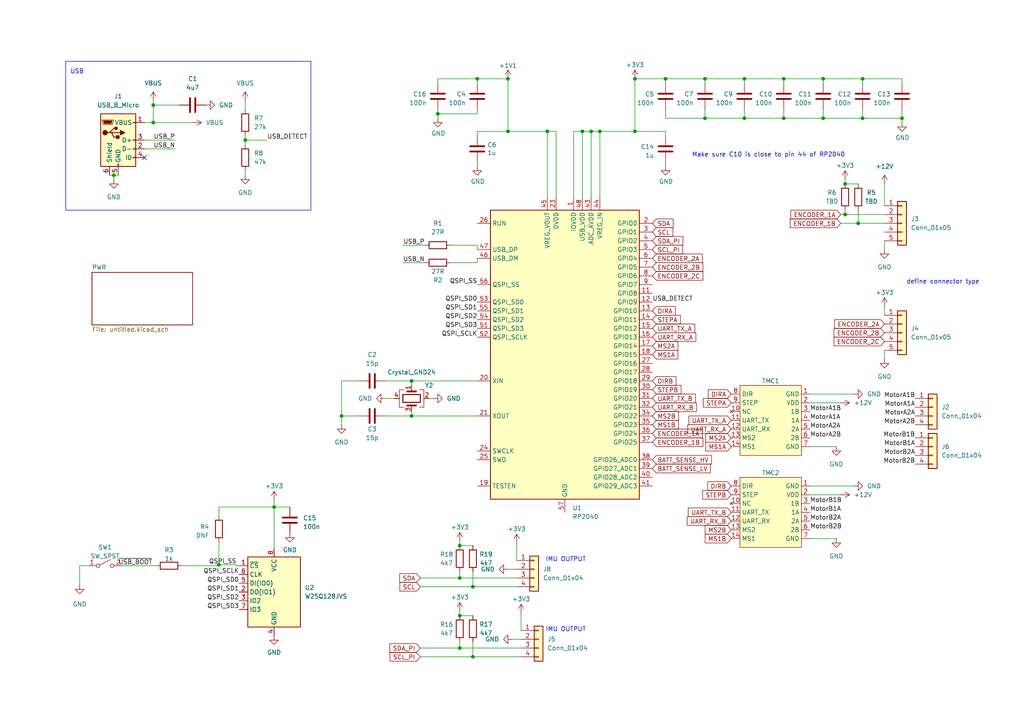
<source format=kicad_sch>
(kicad_sch (version 20230121) (generator eeschema)
  (paper "A4")
  (lib_symbols
    (symbol "Connector:USB_B_Micro" (pin_names (offset 1.016))
      (property "Reference" "J" (at -5.08 11.43 0))
      (property "Value" "USB_B_Micro" (at -5.08 8.89 0))
      (symbol "USB_B_Micro_0_1"
        (rectangle (start -5.08 -7.62) (end 5.08 7.62) (stroke (width 0.254)) (fill (type background)))
        (circle (center -3.81 2.159) (radius 0.635) (stroke (width 0.254)) (fill (type outline)))
        (circle (center -0.635 3.429) (radius 0.381) (stroke (width 0.254)) (fill (type outline)))
        (rectangle (start -0.127 -7.62) (end 0.127 -6.858))
        (polyline (pts (xy -1.905 2.159) (xy 0.635 2.159)) (stroke (width 0.254)))
        (polyline (pts (xy -3.175 2.159) (xy -2.54 2.159) (xy -1.27 3.429) (xy -0.635 3.429)) (stroke (width 0.254)))
        (polyline (pts (xy -2.54 2.159) (xy -1.905 2.159) (xy -1.27 0.889) (xy 0 0.889)) (stroke (width 0.254)))
        (polyline (pts (xy 0.635 2.794) (xy 0.635 1.524) (xy 1.905 2.159) (xy 0.635 2.794)) (stroke (width 0.254)) (fill (type outline)))
        (polyline (pts (xy -4.318 5.588) (xy -1.778 5.588) (xy -2.032 4.826) (xy -4.064 4.826) (xy -4.318 5.588)) (fill (type outline)))
        (polyline (pts (xy -4.699 5.842) (xy -4.699 5.588) (xy -4.445 4.826) (xy -4.445 4.572) (xy -1.651 4.572) (xy -1.651 4.826) (xy -1.397 5.588) (xy -1.397 5.842) (xy -4.699 5.842)))
        (rectangle (start 0.254 1.27) (end -0.508 0.508) (stroke (width 0.254)) (fill (type outline)))
        (rectangle (start 5.08 -5.207) (end 4.318 -4.953))
        (rectangle (start 5.08 -2.667) (end 4.318 -2.413))
        (rectangle (start 5.08 -0.127) (end 4.318 0.127))
        (rectangle (start 5.08 4.953) (end 4.318 5.207))
      )
      (symbol "USB_B_Micro_1_1"
        (pin power_out line (at 7.62 5.08 180) (length 2.54) (name "VBUS") (number "1"))
        (pin bidirectional line (at 7.62 -2.54 180) (length 2.54) (name "D-") (number "2"))
        (pin bidirectional line (at 7.62 0 180) (length 2.54) (name "D+") (number "3"))
        (pin passive line (at 7.62 -5.08 180) (length 2.54) (name "ID") (number "4"))
        (pin power_out line (at 0 -10.16 90) (length 2.54) (name "GND") (number "5"))
        (pin passive line (at -2.54 -10.16 90) (length 2.54) (name "Shield") (number "6"))
      )
    )
    (symbol "Connector_Generic:Conn_01x04" (pin_names (offset 1.016) hide)
      (property "Reference" "J" (at 0 5.08 0))
      (property "Value" "Conn_01x04" (at 0 -7.62 0))
      (symbol "Conn_01x04_1_1"
        (rectangle (start -1.27 -4.953) (end 0 -5.207) (stroke (width 0.1524)))
        (rectangle (start -1.27 -2.413) (end 0 -2.667) (stroke (width 0.1524)))
        (rectangle (start -1.27 0.127) (end 0 -0.127) (stroke (width 0.1524)))
        (rectangle (start -1.27 2.667) (end 0 2.413) (stroke (width 0.1524)))
        (rectangle (start -1.27 3.81) (end 1.27 -6.35) (stroke (width 0.254)) (fill (type background)))
        (pin passive line (at -5.08 2.54 0) (length 3.81) (name "Pin_1") (number "1"))
        (pin passive line (at -5.08 0 0) (length 3.81) (name "Pin_2") (number "2"))
        (pin passive line (at -5.08 -2.54 0) (length 3.81) (name "Pin_3") (number "3"))
        (pin passive line (at -5.08 -5.08 0) (length 3.81) (name "Pin_4") (number "4"))
      )
    )
    (symbol "Connector_Generic:Conn_01x05" (pin_names (offset 1.016) hide)
      (property "Reference" "J" (at 0 7.62 0))
      (property "Value" "Conn_01x05" (at 0 -7.62 0))
      (symbol "Conn_01x05_1_1"
        (rectangle (start -1.27 -4.953) (end 0 -5.207) (stroke (width 0.1524)))
        (rectangle (start -1.27 -2.413) (end 0 -2.667) (stroke (width 0.1524)))
        (rectangle (start -1.27 0.127) (end 0 -0.127) (stroke (width 0.1524)))
        (rectangle (start -1.27 2.667) (end 0 2.413) (stroke (width 0.1524)))
        (rectangle (start -1.27 5.207) (end 0 4.953) (stroke (width 0.1524)))
        (rectangle (start -1.27 6.35) (end 1.27 -6.35) (stroke (width 0.254)) (fill (type background)))
        (pin passive line (at -5.08 5.08 0) (length 3.81) (name "Pin_1") (number "1"))
        (pin passive line (at -5.08 2.54 0) (length 3.81) (name "Pin_2") (number "2"))
        (pin passive line (at -5.08 0 0) (length 3.81) (name "Pin_3") (number "3"))
        (pin passive line (at -5.08 -2.54 0) (length 3.81) (name "Pin_4") (number "4"))
        (pin passive line (at -5.08 -5.08 0) (length 3.81) (name "Pin_5") (number "5"))
      )
    )
    (symbol "Device:C" (pin_numbers hide) (pin_names (offset 0.254))
      (property "Reference" "C" (at 0.635 2.54 0))
      (property "Value" "C" (at 0.635 -2.54 0))
      (symbol "C_0_1"
        (polyline (pts (xy -2.032 -0.762) (xy 2.032 -0.762)) (stroke (width 0.508)))
        (polyline (pts (xy -2.032 0.762) (xy 2.032 0.762)) (stroke (width 0.508)))
      )
      (symbol "C_1_1"
        (pin passive line (at 0 3.81 270) (length 2.794) (name "~") (number "1"))
        (pin passive line (at 0 -3.81 90) (length 2.794) (name "~") (number "2"))
      )
    )
    (symbol "Device:Crystal_GND24" (pin_names (offset 1.016) hide)
      (property "Reference" "Y" (at 3.175 5.08 0))
      (property "Value" "Crystal_GND24" (at 3.175 3.175 0))
      (symbol "Crystal_GND24_0_1"
        (rectangle (start -1.143 2.54) (end 1.143 -2.54) (stroke (width 0.3048)))
        (polyline (pts (xy -2.54 0) (xy -2.032 0)))
        (polyline (pts (xy -2.032 -1.27) (xy -2.032 1.27)) (stroke (width 0.508)))
        (polyline (pts (xy 0 -3.81) (xy 0 -3.556)))
        (polyline (pts (xy 0 3.556) (xy 0 3.81)))
        (polyline (pts (xy 2.032 -1.27) (xy 2.032 1.27)) (stroke (width 0.508)))
        (polyline (pts (xy 2.032 0) (xy 2.54 0)))
        (polyline (pts (xy -2.54 -2.286) (xy -2.54 -3.556) (xy 2.54 -3.556) (xy 2.54 -2.286)))
        (polyline (pts (xy -2.54 2.286) (xy -2.54 3.556) (xy 2.54 3.556) (xy 2.54 2.286)))
      )
      (symbol "Crystal_GND24_1_1"
        (pin passive line (at -3.81 0 0) (length 1.27) (name "1") (number "1"))
        (pin passive line (at 0 5.08 270) (length 1.27) (name "2") (number "2"))
        (pin passive line (at 3.81 0 180) (length 1.27) (name "3") (number "3"))
        (pin passive line (at 0 -5.08 90) (length 1.27) (name "4") (number "4"))
      )
    )
    (symbol "Device:R" (pin_numbers hide) (pin_names (offset 0))
      (property "Reference" "R" (at 2.032 0 90))
      (property "Value" "R" (at 0 0 90))
      (symbol "R_0_1"
        (rectangle (start -1.016 -2.54) (end 1.016 2.54) (stroke (width 0.254)))
      )
      (symbol "R_1_1"
        (pin passive line (at 0 3.81 270) (length 1.27) (name "~") (number "1"))
        (pin passive line (at 0 -3.81 90) (length 1.27) (name "~") (number "2"))
      )
    )
    (symbol "MCU_RaspberryPi:RP2040"
      (property "Reference" "U" (at 17.78 45.72 0))
      (property "Value" "RP2040" (at 17.78 43.18 0))
      (symbol "RP2040_0_1"
        (rectangle (start -21.59 41.91) (end 21.59 -41.91) (stroke (width 0.254)) (fill (type background)))
      )
      (symbol "RP2040_1_1"
        (pin power_in line (at 2.54 45.72 270) (length 3.81) (name "IOVDD") (number "1"))
        (pin passive line (at 2.54 45.72 270) (length 3.81) hide (name "IOVDD") (number "10"))
        (pin bidirectional line (at 25.4 17.78 180) (length 3.81) (name "GPIO8") (number "11"))
        (pin bidirectional line (at 25.4 15.24 180) (length 3.81) (name "GPIO9") (number "12"))
        (pin bidirectional line (at 25.4 12.7 180) (length 3.81) (name "GPIO10") (number "13"))
        (pin bidirectional line (at 25.4 10.16 180) (length 3.81) (name "GPIO11") (number "14"))
        (pin bidirectional line (at 25.4 7.62 180) (length 3.81) (name "GPIO12") (number "15"))
        (pin bidirectional line (at 25.4 5.08 180) (length 3.81) (name "GPIO13") (number "16"))
        (pin bidirectional line (at 25.4 2.54 180) (length 3.81) (name "GPIO14") (number "17"))
        (pin bidirectional line (at 25.4 0 180) (length 3.81) (name "GPIO15") (number "18"))
        (pin input line (at -25.4 -38.1 0) (length 3.81) (name "TESTEN") (number "19"))
        (pin bidirectional line (at 25.4 38.1 180) (length 3.81) (name "GPIO0") (number "2"))
        (pin input line (at -25.4 -7.62 0) (length 3.81) (name "XIN") (number "20"))
        (pin passive line (at -25.4 -17.78 0) (length 3.81) (name "XOUT") (number "21"))
        (pin passive line (at 2.54 45.72 270) (length 3.81) hide (name "IOVDD") (number "22"))
        (pin power_in line (at -2.54 45.72 270) (length 3.81) (name "DVDD") (number "23"))
        (pin input line (at -25.4 -27.94 0) (length 3.81) (name "SWCLK") (number "24"))
        (pin bidirectional line (at -25.4 -30.48 0) (length 3.81) (name "SWD") (number "25"))
        (pin input line (at -25.4 38.1 0) (length 3.81) (name "RUN") (number "26"))
        (pin bidirectional line (at 25.4 -2.54 180) (length 3.81) (name "GPIO16") (number "27"))
        (pin bidirectional line (at 25.4 -5.08 180) (length 3.81) (name "GPIO17") (number "28"))
        (pin bidirectional line (at 25.4 -7.62 180) (length 3.81) (name "GPIO18") (number "29"))
        (pin bidirectional line (at 25.4 35.56 180) (length 3.81) (name "GPIO1") (number "3"))
        (pin bidirectional line (at 25.4 -10.16 180) (length 3.81) (name "GPIO19") (number "30"))
        (pin bidirectional line (at 25.4 -12.7 180) (length 3.81) (name "GPIO20") (number "31"))
        (pin bidirectional line (at 25.4 -15.24 180) (length 3.81) (name "GPIO21") (number "32"))
        (pin passive line (at 2.54 45.72 270) (length 3.81) hide (name "IOVDD") (number "33"))
        (pin bidirectional line (at 25.4 -17.78 180) (length 3.81) (name "GPIO22") (number "34"))
        (pin bidirectional line (at 25.4 -20.32 180) (length 3.81) (name "GPIO23") (number "35"))
        (pin bidirectional line (at 25.4 -22.86 180) (length 3.81) (name "GPIO24") (number "36"))
        (pin bidirectional line (at 25.4 -25.4 180) (length 3.81) (name "GPIO25") (number "37"))
        (pin bidirectional line (at 25.4 -30.48 180) (length 3.81) (name "GPIO26_ADC0") (number "38"))
        (pin bidirectional line (at 25.4 -33.02 180) (length 3.81) (name "GPIO27_ADC1") (number "39"))
        (pin bidirectional line (at 25.4 33.02 180) (length 3.81) (name "GPIO2") (number "4"))
        (pin bidirectional line (at 25.4 -35.56 180) (length 3.81) (name "GPIO28_ADC2") (number "40"))
        (pin bidirectional line (at 25.4 -38.1 180) (length 3.81) (name "GPIO29_ADC3") (number "41"))
        (pin passive line (at 2.54 45.72 270) (length 3.81) hide (name "IOVDD") (number "42"))
        (pin power_in line (at 7.62 45.72 270) (length 3.81) (name "ADC_AVDD") (number "43"))
        (pin power_in line (at 10.16 45.72 270) (length 3.81) (name "VREG_IN") (number "44"))
        (pin power_out line (at -5.08 45.72 270) (length 3.81) (name "VREG_VOUT") (number "45"))
        (pin bidirectional line (at -25.4 27.94 0) (length 3.81) (name "USB_DM") (number "46"))
        (pin bidirectional line (at -25.4 30.48 0) (length 3.81) (name "USB_DP") (number "47"))
        (pin power_in line (at 5.08 45.72 270) (length 3.81) (name "USB_VDD") (number "48"))
        (pin passive line (at 2.54 45.72 270) (length 3.81) hide (name "IOVDD") (number "49"))
        (pin bidirectional line (at 25.4 30.48 180) (length 3.81) (name "GPIO3") (number "5"))
        (pin passive line (at -2.54 45.72 270) (length 3.81) hide (name "DVDD") (number "50"))
        (pin bidirectional line (at -25.4 7.62 0) (length 3.81) (name "QSPI_SD3") (number "51"))
        (pin output line (at -25.4 5.08 0) (length 3.81) (name "QSPI_SCLK") (number "52"))
        (pin bidirectional line (at -25.4 15.24 0) (length 3.81) (name "QSPI_SD0") (number "53"))
        (pin bidirectional line (at -25.4 10.16 0) (length 3.81) (name "QSPI_SD2") (number "54"))
        (pin bidirectional line (at -25.4 12.7 0) (length 3.81) (name "QSPI_SD1") (number "55"))
        (pin bidirectional line (at -25.4 20.32 0) (length 3.81) (name "QSPI_SS") (number "56"))
        (pin power_in line (at 0 -45.72 90) (length 3.81) (name "GND") (number "57"))
        (pin bidirectional line (at 25.4 27.94 180) (length 3.81) (name "GPIO4") (number "6"))
        (pin bidirectional line (at 25.4 25.4 180) (length 3.81) (name "GPIO5") (number "7"))
        (pin bidirectional line (at 25.4 22.86 180) (length 3.81) (name "GPIO6") (number "8"))
        (pin bidirectional line (at 25.4 20.32 180) (length 3.81) (name "GPIO7") (number "9"))
      )
    )
    (symbol "Memory_Flash:W25Q128JVS"
      (property "Reference" "U" (at -8.89 8.89 0))
      (property "Value" "W25Q128JVS" (at 7.62 8.89 0))
      (symbol "W25Q128JVS_0_1"
        (rectangle (start -7.62 10.16) (end 7.62 -10.16) (stroke (width 0.254)) (fill (type background)))
      )
      (symbol "W25Q128JVS_1_1"
        (pin input line (at -10.16 7.62 0) (length 2.54) (name "~{CS}") (number "1"))
        (pin bidirectional line (at -10.16 0 0) (length 2.54) (name "DO(IO1)") (number "2"))
        (pin bidirectional line (at -10.16 -2.54 0) (length 2.54) (name "IO2") (number "3"))
        (pin power_in line (at 0 -12.7 90) (length 2.54) (name "GND") (number "4"))
        (pin bidirectional line (at -10.16 2.54 0) (length 2.54) (name "DI(IO0)") (number "5"))
        (pin input line (at -10.16 5.08 0) (length 2.54) (name "CLK") (number "6"))
        (pin bidirectional line (at -10.16 -5.08 0) (length 2.54) (name "IO3") (number "7"))
        (pin power_in line (at 0 12.7 270) (length 2.54) (name "VCC") (number "8"))
      )
    )
    (symbol "Switch:SW_SPST" (pin_names (offset 0) hide)
      (property "Reference" "SW" (at 0 3.175 0))
      (property "Value" "SW_SPST" (at 0 -2.54 0))
      (symbol "SW_SPST_0_0"
        (circle (center -2.032 0) (radius 0.508))
        (polyline (pts (xy -1.524 0.254) (xy 1.524 1.778)))
        (circle (center 2.032 0) (radius 0.508))
      )
      (symbol "SW_SPST_1_1"
        (pin passive line (at -5.08 0 0) (length 2.54) (name "A") (number "1"))
        (pin passive line (at 5.08 0 180) (length 2.54) (name "B") (number "2"))
      )
    )
    (symbol "TMC2209_1"
      (property "Reference" "TMC1" (at 0 0 0))
      (property "Value" "~" (at 0 0 0))
      (symbol "TMC2209_1_1_1"
        (rectangle (start -8.89 -1.27) (end 8.89 -21.59) (fill (type background)))
        (pin input line (at -11.43 -3.81 0) (length 2.54) (name "GND") (number "1"))
        (pin no_connect line (at 11.43 -8.89 180) (length 2.54) (name "NC") (number "10"))
        (pin output line (at 11.43 -11.43 180) (length 2.54) (name "UART_TX") (number "11"))
        (pin input line (at 11.43 -13.97 180) (length 2.54) (name "UART_RX") (number "12"))
        (pin input line (at 11.43 -16.51 180) (length 2.54) (name "MS2") (number "13"))
        (pin input line (at 11.43 -19.05 180) (length 2.54) (name "MS1") (number "14"))
        (pin input line (at -11.43 -6.35 0) (length 2.54) (name "VDD") (number "2"))
        (pin output line (at -11.43 -8.89 0) (length 2.54) (name "1B") (number "3"))
        (pin output line (at -11.43 -11.43 0) (length 2.54) (name "1A") (number "4"))
        (pin output line (at -11.43 -13.97 0) (length 2.54) (name "2A") (number "5"))
        (pin output line (at -11.43 -16.51 0) (length 2.54) (name "2B") (number "6"))
        (pin input line (at -11.43 -19.05 0) (length 2.54) (name "GND") (number "7"))
        (pin input line (at 11.43 -3.81 180) (length 2.54) (name "DIR") (number "8"))
        (pin input line (at 11.43 -6.35 180) (length 2.54) (name "STEP") (number "9"))
      )
    )
    (symbol "power:+12V" (power) (pin_names (offset 0))
      (property "Value" "+12V" (at 0 3.556 0))
      (symbol "+12V_0_1"
        (polyline (pts (xy -0.762 1.27) (xy 0 2.54)))
        (polyline (pts (xy 0 0) (xy 0 2.54)))
        (polyline (pts (xy 0 2.54) (xy 0.762 1.27)))
      )
      (symbol "+12V_1_1"
        (pin power_in line (at 0 0 90) (length 0) hide (name "+12V") (number "1"))
      )
    )
    (symbol "power:+1V1" (power) (pin_names (offset 0))
      (property "Value" "+1V1" (at 0 3.556 0))
      (symbol "+1V1_0_1"
        (polyline (pts (xy -0.762 1.27) (xy 0 2.54)))
        (polyline (pts (xy 0 0) (xy 0 2.54)))
        (polyline (pts (xy 0 2.54) (xy 0.762 1.27)))
      )
      (symbol "+1V1_1_1"
        (pin power_in line (at 0 0 90) (length 0) hide (name "+1V1") (number "1"))
      )
    )
    (symbol "power:+3V3" (power) (pin_names (offset 0))
      (property "Value" "+3V3" (at 0 3.556 0))
      (symbol "+3V3_0_1"
        (polyline (pts (xy -0.762 1.27) (xy 0 2.54)))
        (polyline (pts (xy 0 0) (xy 0 2.54)))
        (polyline (pts (xy 0 2.54) (xy 0.762 1.27)))
      )
      (symbol "+3V3_1_1"
        (pin power_in line (at 0 0 90) (length 0) hide (name "+3V3") (number "1"))
      )
    )
    (symbol "power:GND" (power) (pin_names (offset 0))
      (property "Value" "GND" (at 0 -3.81 0))
      (symbol "GND_0_1"
        (polyline (pts (xy 0 0) (xy 0 -1.27) (xy 1.27 -1.27) (xy 0 -2.54) (xy -1.27 -1.27) (xy 0 -1.27)))
      )
      (symbol "GND_1_1"
        (pin power_in line (at 0 0 270) (length 0) hide (name "GND") (number "1"))
      )
    )
    (symbol "power:VBUS" (power) (pin_names (offset 0))
      (property "Value" "VBUS" (at 0 3.81 0))
      (symbol "VBUS_0_1"
        (polyline (pts (xy -0.762 1.27) (xy 0 2.54)))
        (polyline (pts (xy 0 0) (xy 0 2.54)))
        (polyline (pts (xy 0 2.54) (xy 0.762 1.27)))
      )
      (symbol "VBUS_1_1"
        (pin power_in line (at 0 0 90) (length 0) hide (name "VBUS") (number "1"))
      )
    )
  )
  (junction (at 147.32 22.86))
  (junction (at 138.43 22.86))
  (junction (at 204.47 22.86))
  (junction (at 238.76 34.29))
  (junction (at 133.35 158.242))
  (junction (at 127 33.02))
  (junction (at 99.06 120.65))
  (junction (at 171.45 38.1))
  (junction (at 133.35 187.96))
  (junction (at 204.47 34.29))
  (junction (at 71.12 40.64))
  (junction (at 245.11 62.23))
  (junction (at 133.35 167.64))
  (junction (at 79.502 147.066))
  (junction (at 227.33 22.86))
  (junction (at 119.38 120.65))
  (junction (at 245.11 53.34))
  (junction (at 44.45 30.48))
  (junction (at 238.76 22.86))
  (junction (at 248.92 64.77))
  (junction (at 184.15 22.86))
  (junction (at 63.5 163.83))
  (junction (at 173.99 38.1))
  (junction (at 215.9 34.29))
  (junction (at 261.62 34.29))
  (junction (at 168.91 38.1))
  (junction (at 215.9 22.86))
  (junction (at 137.16 190.5))
  (junction (at 193.04 22.86))
  (junction (at 137.16 170.18))
  (junction (at 158.75 38.1))
  (junction (at 250.19 22.86))
  (junction (at 119.38 110.49))
  (junction (at 227.33 34.29))
  (junction (at 133.35 178.562))
  (junction (at 147.32 38.1))
  (junction (at 33.02 50.8))
  (junction (at 184.15 38.1))
  (junction (at 44.45 35.56))
  (junction (at 250.19 34.29))
  (no_connect (at 41.91 45.72))
  (wire (pts (xy 261.62 31.75) (xy 261.62 34.29)))
  (wire (pts (xy 184.15 38.1) (xy 193.04 38.1)))
  (wire (pts (xy 250.19 34.29) (xy 261.62 34.29)))
  (wire (pts (xy 247.65 114.3) (xy 234.95 114.3)))
  (wire (pts (xy 121.92 170.18) (xy 137.16 170.18)))
  (wire (pts (xy 63.5 163.83) (xy 63.5 164.084)))
  (wire (pts (xy 79.502 147.066) (xy 79.502 159.004)))
  (wire (pts (xy 250.19 24.13) (xy 250.19 22.86)))
  (wire (pts (xy 41.91 43.18) (xy 50.8 43.18)))
  (wire (pts (xy 71.12 40.64) (xy 71.12 41.91)))
  (wire (pts (xy 133.35 156.972) (xy 133.35 158.242)))
  (wire (pts (xy 147.32 38.1) (xy 158.75 38.1)))
  (polyline (pts (xy 19.05 17.78) (xy 90.17 17.78)))
  (wire (pts (xy 215.9 31.75) (xy 215.9 34.29)))
  (wire (pts (xy 250.19 31.75) (xy 250.19 34.29)))
  (wire (pts (xy 138.43 74.93) (xy 138.43 76.2)))
  (wire (pts (xy 124.46 115.57) (xy 125.73 115.57)))
  (wire (pts (xy 133.35 186.182) (xy 133.35 187.96)))
  (wire (pts (xy 133.35 187.96) (xy 151.13 187.96)))
  (wire (pts (xy 133.35 177.292) (xy 133.35 178.562)))
  (wire (pts (xy 242.57 129.54) (xy 234.95 129.54)))
  (wire (pts (xy 148.59 185.42) (xy 151.13 185.42)))
  (wire (pts (xy 63.5 164.084) (xy 52.832 164.084)))
  (wire (pts (xy 33.02 50.8) (xy 33.02 52.07)))
  (wire (pts (xy 173.99 57.15) (xy 173.99 38.1)))
  (wire (pts (xy 138.43 39.37) (xy 138.43 38.1)))
  (wire (pts (xy 44.45 30.48) (xy 52.07 30.48)))
  (wire (pts (xy 234.95 156.21) (xy 242.57 156.21)))
  (wire (pts (xy 245.11 60.96) (xy 245.11 62.23)))
  (wire (pts (xy 44.45 29.21) (xy 44.45 30.48)))
  (wire (pts (xy 63.5 147.066) (xy 79.502 147.066)))
  (wire (pts (xy 44.45 35.56) (xy 55.88 35.56)))
  (wire (pts (xy 234.95 140.97) (xy 247.65 140.97)))
  (wire (pts (xy 243.84 62.23) (xy 245.11 62.23)))
  (wire (pts (xy 227.33 24.13) (xy 227.33 22.86)))
  (wire (pts (xy 245.11 52.07) (xy 245.11 53.34)))
  (wire (pts (xy 133.35 178.562) (xy 137.16 178.562)))
  (wire (pts (xy 33.02 50.8) (xy 34.29 50.8)))
  (wire (pts (xy 204.47 34.29) (xy 193.04 34.29)))
  (wire (pts (xy 133.35 165.862) (xy 133.35 167.64)))
  (wire (pts (xy 204.47 31.75) (xy 204.47 34.29)))
  (wire (pts (xy 116.84 76.2) (xy 123.19 76.2)))
  (wire (pts (xy 158.75 38.1) (xy 161.29 38.1)))
  (wire (pts (xy 243.84 64.77) (xy 248.92 64.77)))
  (wire (pts (xy 111.76 115.57) (xy 114.3 115.57)))
  (wire (pts (xy 184.15 22.86) (xy 193.04 22.86)))
  (wire (pts (xy 158.75 57.15) (xy 158.75 38.1)))
  (wire (pts (xy 23.114 164.084) (xy 25.4 164.084)))
  (wire (pts (xy 23.114 164.084) (xy 23.114 169.672)))
  (wire (pts (xy 116.84 71.12) (xy 123.19 71.12)))
  (wire (pts (xy 138.43 24.13) (xy 138.43 22.86)))
  (wire (pts (xy 137.16 165.862) (xy 137.16 170.18)))
  (wire (pts (xy 215.9 34.29) (xy 204.47 34.29)))
  (wire (pts (xy 256.54 88.9) (xy 256.54 91.44)))
  (wire (pts (xy 204.47 22.86) (xy 215.9 22.86)))
  (wire (pts (xy 151.13 177.8) (xy 151.13 182.88)))
  (wire (pts (xy 71.12 50.8) (xy 71.12 49.53)))
  (wire (pts (xy 238.76 24.13) (xy 238.76 22.86)))
  (wire (pts (xy 111.76 120.65) (xy 119.38 120.65)))
  (polyline (pts (xy 90.17 17.78) (xy 90.17 60.96)))
  (wire (pts (xy 168.91 38.1) (xy 171.45 38.1)))
  (wire (pts (xy 68.58 163.83) (xy 68.58 164.084)))
  (wire (pts (xy 147.32 22.86) (xy 147.32 38.1)))
  (wire (pts (xy 234.95 116.84) (xy 243.84 116.84)))
  (wire (pts (xy 137.16 190.5) (xy 151.13 190.5)))
  (wire (pts (xy 250.19 34.29) (xy 238.76 34.29)))
  (wire (pts (xy 256.54 69.85) (xy 256.54 72.39)))
  (wire (pts (xy 238.76 22.86) (xy 250.19 22.86)))
  (wire (pts (xy 138.43 110.49) (xy 119.38 110.49)))
  (wire (pts (xy 130.81 76.2) (xy 138.43 76.2)))
  (wire (pts (xy 127 33.02) (xy 138.43 33.02)))
  (wire (pts (xy 44.45 35.56) (xy 41.91 35.56)))
  (wire (pts (xy 63.5 157.226) (xy 63.5 163.83)))
  (wire (pts (xy 227.33 22.86) (xy 238.76 22.86)))
  (wire (pts (xy 238.76 34.29) (xy 227.33 34.29)))
  (wire (pts (xy 138.43 33.02) (xy 138.43 31.75)))
  (wire (pts (xy 127 31.75) (xy 127 33.02)))
  (wire (pts (xy 99.06 120.65) (xy 99.06 123.19)))
  (wire (pts (xy 193.04 24.13) (xy 193.04 22.86)))
  (wire (pts (xy 127 33.02) (xy 127 34.29)))
  (wire (pts (xy 121.92 167.64) (xy 133.35 167.64)))
  (wire (pts (xy 256.54 104.14) (xy 256.54 101.6)))
  (wire (pts (xy 127 24.13) (xy 127 22.86)))
  (wire (pts (xy 133.35 158.242) (xy 137.16 158.242)))
  (polyline (pts (xy 19.05 17.78) (xy 19.05 60.96)))
  (wire (pts (xy 71.12 40.64) (xy 77.47 40.64)))
  (wire (pts (xy 45.212 164.084) (xy 35.56 164.084)))
  (wire (pts (xy 121.92 190.5) (xy 137.16 190.5)))
  (wire (pts (xy 245.11 53.34) (xy 248.92 53.34)))
  (wire (pts (xy 184.15 22.86) (xy 184.15 38.1)))
  (wire (pts (xy 149.86 157.48) (xy 149.86 162.56)))
  (wire (pts (xy 121.92 187.96) (xy 133.35 187.96)))
  (wire (pts (xy 68.58 163.83) (xy 63.5 163.83)))
  (wire (pts (xy 71.12 39.37) (xy 71.12 40.64)))
  (wire (pts (xy 138.43 71.12) (xy 138.43 72.39)))
  (wire (pts (xy 261.62 34.29) (xy 261.62 35.56)))
  (wire (pts (xy 193.04 46.99) (xy 193.04 48.26)))
  (wire (pts (xy 173.99 38.1) (xy 184.15 38.1)))
  (wire (pts (xy 99.06 120.65) (xy 104.14 120.65)))
  (wire (pts (xy 261.62 24.13) (xy 261.62 22.86)))
  (wire (pts (xy 137.16 186.182) (xy 137.16 190.5)))
  (wire (pts (xy 245.11 62.23) (xy 256.54 62.23)))
  (wire (pts (xy 204.47 24.13) (xy 204.47 22.86)))
  (wire (pts (xy 138.43 46.99) (xy 138.43 48.26)))
  (wire (pts (xy 79.502 145.034) (xy 79.502 147.066)))
  (wire (pts (xy 248.92 60.96) (xy 248.92 64.77)))
  (wire (pts (xy 250.19 22.86) (xy 261.62 22.86)))
  (wire (pts (xy 171.45 38.1) (xy 173.99 38.1)))
  (wire (pts (xy 215.9 22.86) (xy 227.33 22.86)))
  (wire (pts (xy 119.38 120.65) (xy 119.38 119.38)))
  (wire (pts (xy 133.35 167.64) (xy 149.86 167.64)))
  (wire (pts (xy 227.33 34.29) (xy 215.9 34.29)))
  (wire (pts (xy 193.04 39.37) (xy 193.04 38.1)))
  (wire (pts (xy 215.9 24.13) (xy 215.9 22.86)))
  (wire (pts (xy 99.06 110.49) (xy 104.14 110.49)))
  (wire (pts (xy 227.33 31.75) (xy 227.33 34.29)))
  (polyline (pts (xy 90.17 60.96) (xy 19.05 60.96)))
  (wire (pts (xy 127 22.86) (xy 138.43 22.86)))
  (wire (pts (xy 99.06 110.49) (xy 99.06 120.65)))
  (wire (pts (xy 161.29 38.1) (xy 161.29 57.15)))
  (wire (pts (xy 63.5 149.606) (xy 63.5 147.066)))
  (wire (pts (xy 137.16 170.18) (xy 149.86 170.18)))
  (wire (pts (xy 193.04 31.75) (xy 193.04 34.29)))
  (wire (pts (xy 44.45 30.48) (xy 44.45 35.56)))
  (wire (pts (xy 166.37 38.1) (xy 168.91 38.1)))
  (wire (pts (xy 119.38 110.49) (xy 119.38 111.76)))
  (wire (pts (xy 138.43 38.1) (xy 147.32 38.1)))
  (wire (pts (xy 41.91 40.64) (xy 50.8 40.64)))
  (wire (pts (xy 256.54 53.34) (xy 256.54 59.69)))
  (wire (pts (xy 166.37 57.15) (xy 166.37 38.1)))
  (wire (pts (xy 193.04 22.86) (xy 204.47 22.86)))
  (wire (pts (xy 130.81 71.12) (xy 138.43 71.12)))
  (wire (pts (xy 138.43 120.65) (xy 119.38 120.65)))
  (wire (pts (xy 171.45 57.15) (xy 171.45 38.1)))
  (wire (pts (xy 31.75 50.8) (xy 33.02 50.8)))
  (wire (pts (xy 138.43 22.86) (xy 147.32 22.86)))
  (wire (pts (xy 84.074 147.066) (xy 79.502 147.066)))
  (wire (pts (xy 147.32 165.1) (xy 149.86 165.1)))
  (wire (pts (xy 71.12 29.21) (xy 71.12 31.75)))
  (wire (pts (xy 238.76 31.75) (xy 238.76 34.29)))
  (wire (pts (xy 111.76 110.49) (xy 119.38 110.49)))
  (wire (pts (xy 248.92 64.77) (xy 256.54 64.77)))
  (wire (pts (xy 234.95 143.51) (xy 243.84 143.51)))
  (wire (pts (xy 68.58 164.084) (xy 69.342 164.084)))
  (wire (pts (xy 168.91 57.15) (xy 168.91 38.1)))
  (text "IMU OUTPUT\n" (at 158.242 183.388 0) (effects (font (size 1.27 1.27)) (justify left bottom)))
  (text "define connector type\n" (at 262.89 82.55 0) (effects (font (size 1.27 1.27)) (justify left bottom)))
  (text "USB" (at 20.32 21.59 0) (effects (font (size 1.27 1.27)) (justify left bottom)))
  (text "IMU OUTPUT\n" (at 158.242 163.068 0) (effects (font (size 1.27 1.27)) (justify left bottom)))
  (text "Make sure C10 is close to pin 44 of RP2040" (at 200.66 45.72 0) (effects (font (size 1.27 1.27)) (justify left bottom)))
  (label "QSPI_SD2" (at 69.342 174.244 180))
  (label "MotorB1A" (at 265.43 129.54 180))
  (label "MotorB2B" (at 265.43 134.62 180))
  (label "USB_N" (at 123.19 76.2 180))
  (label "MotorB2B" (at 234.95 153.67 0))
  (label "MotorB1B" (at 234.95 146.05 0))
  (label "USB_N" (at 50.8 43.18 180))
  (label "MotorB2A" (at 234.95 151.13 0))
  (label "QSPI_SCLK" (at 138.43 97.79 180))
  (label "QSPI_SD3" (at 138.43 95.25 180))
  (label "MotorA2A" (at 234.95 124.46 0))
  (label "QSPI_SD0" (at 69.342 169.164 180))
  (label "QSPI_SS" (at 138.43 82.55 180))
  (label "USB_P" (at 50.8 40.64 180))
  (label "MotorA1A" (at 234.95 121.92 0))
  (label "QSPI_SD2" (at 138.43 92.71 180))
  (label "MotorA1A" (at 265.43 118.11 180))
  (label "MotorB1B" (at 265.43 127 180))
  (label "QSPI_SS" (at 68.58 163.83 180))
  (label "MotorB2A" (at 265.43 132.08 180))
  (label "MotorA1B" (at 265.43 115.57 180))
  (label "MotorA1B" (at 234.95 119.38 0))
  (label "USB_P" (at 123.19 71.12 180))
  (label "QSPI_SD0" (at 138.43 87.63 180))
  (label "QSPI_SD1" (at 69.342 171.704 180))
  (label "USB_DETECT" (at 77.47 40.64 0))
  (label "USB_DETECT" (at 189.23 87.63 0))
  (label "MotorA2A" (at 265.43 120.65 180))
  (label "~{USB_BOOT}" (at 44.196 164.084 180))
  (label "QSPI_SD3" (at 69.342 176.784 180))
  (label "QSPI_SD1" (at 138.43 90.17 180))
  (label "MotorB1A" (at 234.95 148.59 0))
  (label "MotorA2B" (at 265.43 123.19 180))
  (label "QSPI_SCLK" (at 69.342 166.624 180))
  (label "MotorA2B" (at 234.95 127 0))
  (global_label "UART_RX_A" (shape input) (at 212.09 124.46 180) (property "Intersheetrefs" "${INTERSHEET_REFS}" (effects hide)))
  (global_label "ENCODER_2A" (shape input) (at 256.54 93.98 180) (property "Intersheetrefs" "${INTERSHEET_REFS}" (effects hide)))
  (global_label "STEPA" (shape input) (at 189.23 92.71 0) (property "Intersheetrefs" "${INTERSHEET_REFS}" (effects hide)))
  (global_label "UART_RX_B" (shape input) (at 189.23 118.11 0) (property "Intersheetrefs" "${INTERSHEET_REFS}" (effects hide)))
  (global_label "SCL" (shape input) (at 121.92 170.18 180) (property "Intersheetrefs" "${INTERSHEET_REFS}" (effects hide)))
  (global_label "UART_TX_A" (shape input) (at 189.23 95.25 0) (property "Intersheetrefs" "${INTERSHEET_REFS}" (effects hide)))
  (global_label "UART_TX_B" (shape input) (at 212.09 148.59 180) (property "Intersheetrefs" "${INTERSHEET_REFS}" (effects hide)))
  (global_label "UART_TX_A" (shape input) (at 212.09 121.92 180) (property "Intersheetrefs" "${INTERSHEET_REFS}" (effects hide)))
  (global_label "BATT_SENSE_HV" (shape input) (at 189.23 133.35 0) (property "Intersheetrefs" "${INTERSHEET_REFS}" (effects hide)))
  (global_label "DIRB" (shape input) (at 189.23 110.49 0) (property "Intersheetrefs" "${INTERSHEET_REFS}" (effects hide)))
  (global_label "STEPB" (shape input) (at 212.09 143.51 180) (property "Intersheetrefs" "${INTERSHEET_REFS}" (effects hide)))
  (global_label "MS2A" (shape input) (at 189.23 100.33 0) (property "Intersheetrefs" "${INTERSHEET_REFS}" (effects hide)))
  (global_label "SCL" (shape input) (at 189.23 67.31 0) (property "Intersheetrefs" "${INTERSHEET_REFS}" (effects hide)))
  (global_label "ENCODER_2A" (shape input) (at 189.23 74.93 0) (property "Intersheetrefs" "${INTERSHEET_REFS}" (effects hide)))
  (global_label "DIRA" (shape input) (at 212.09 114.3 180) (property "Intersheetrefs" "${INTERSHEET_REFS}" (effects hide)))
  (global_label "ENCODER_1B" (shape input) (at 243.84 64.77 180) (property "Intersheetrefs" "${INTERSHEET_REFS}" (effects hide)))
  (global_label "BATT_SENSE_LV" (shape input) (at 189.23 135.89 0) (property "Intersheetrefs" "${INTERSHEET_REFS}" (effects hide)))
  (global_label "ENCODER_1A" (shape input) (at 243.84 62.23 180) (property "Intersheetrefs" "${INTERSHEET_REFS}" (effects hide)))
  (global_label "MS1A" (shape input) (at 212.09 129.54 180) (property "Intersheetrefs" "${INTERSHEET_REFS}" (effects hide)))
  (global_label "MS1A" (shape input) (at 189.23 102.87 0) (property "Intersheetrefs" "${INTERSHEET_REFS}" (effects hide)))
  (global_label "STEPA" (shape input) (at 212.09 116.84 180) (property "Intersheetrefs" "${INTERSHEET_REFS}" (effects hide)))
  (global_label "SCL_PI" (shape input) (at 121.92 190.5 180) (property "Intersheetrefs" "${INTERSHEET_REFS}" (effects hide)))
  (global_label "STEPB" (shape input) (at 189.23 113.03 0) (property "Intersheetrefs" "${INTERSHEET_REFS}" (effects hide)))
  (global_label "ENCODER_2B" (shape input) (at 256.54 96.52 180) (property "Intersheetrefs" "${INTERSHEET_REFS}" (effects hide)))
  (global_label "UART_RX_A" (shape input) (at 189.23 97.79 0) (property "Intersheetrefs" "${INTERSHEET_REFS}" (effects hide)))
  (global_label "MS1B" (shape input) (at 189.23 123.19 0) (property "Intersheetrefs" "${INTERSHEET_REFS}" (effects hide)))
  (global_label "ENCODER_1B" (shape input) (at 189.23 128.27 0) (property "Intersheetrefs" "${INTERSHEET_REFS}" (effects hide)))
  (global_label "SCL_PI" (shape input) (at 189.23 72.39 0) (property "Intersheetrefs" "${INTERSHEET_REFS}" (effects hide)))
  (global_label "MS2A" (shape input) (at 212.09 127 180) (property "Intersheetrefs" "${INTERSHEET_REFS}" (effects hide)))
  (global_label "MS2B" (shape input) (at 189.23 120.65 0) (property "Intersheetrefs" "${INTERSHEET_REFS}" (effects hide)))
  (global_label "ENCODER_2B" (shape input) (at 189.23 77.47 0) (property "Intersheetrefs" "${INTERSHEET_REFS}" (effects hide)))
  (global_label "DIRA" (shape input) (at 189.23 90.17 0) (property "Intersheetrefs" "${INTERSHEET_REFS}" (effects hide)))
  (global_label "SDA" (shape input) (at 189.23 64.77 0) (property "Intersheetrefs" "${INTERSHEET_REFS}" (effects hide)))
  (global_label "SDA_PI" (shape input) (at 189.23 69.85 0) (property "Intersheetrefs" "${INTERSHEET_REFS}" (effects hide)))
  (global_label "MS2B" (shape input) (at 212.09 153.67 180) (property "Intersheetrefs" "${INTERSHEET_REFS}" (effects hide)))
  (global_label "ENCODER_2C" (shape input) (at 189.23 80.01 0) (property "Intersheetrefs" "${INTERSHEET_REFS}" (effects hide)))
  (global_label "UART_TX_B" (shape input) (at 189.23 115.57 0) (property "Intersheetrefs" "${INTERSHEET_REFS}" (effects hide)))
  (global_label "UART_RX_B" (shape input) (at 212.09 151.13 180) (property "Intersheetrefs" "${INTERSHEET_REFS}" (effects hide)))
  (global_label "SDA_PI" (shape input) (at 121.92 187.96 180) (property "Intersheetrefs" "${INTERSHEET_REFS}" (effects hide)))
  (global_label "ENCODER_1A" (shape input) (at 189.23 125.73 0) (property "Intersheetrefs" "${INTERSHEET_REFS}" (effects hide)))
  (global_label "ENCODER_2C" (shape input) (at 256.54 99.06 180) (property "Intersheetrefs" "${INTERSHEET_REFS}" (effects hide)))
  (global_label "SDA" (shape input) (at 121.92 167.64 180) (property "Intersheetrefs" "${INTERSHEET_REFS}" (effects hide)))
  (global_label "MS1B" (shape input) (at 212.09 156.21 180) (property "Intersheetrefs" "${INTERSHEET_REFS}" (effects hide)))
  (global_label "DIRB" (shape input) (at 212.09 140.97 180) (property "Intersheetrefs" "${INTERSHEET_REFS}" (effects hide)))
  (symbol (lib_id "power:GND") (at 242.57 156.21 0) (mirror y) (unit 1)
    (property "Reference" "#PWR026" (effects hide))
    (property "Value" "GND" (at 242.57 161.29 0))
  )
  (symbol (lib_id "power:+12V") (at 243.84 116.84 270) (unit 1)
    (property "Reference" "#PWR025" (effects hide))
    (property "Value" "+12V" (at 247.65 116.84 90) (effects (justify left)))
  )
  (symbol (lib_name "TMC2209_1") (lib_id "TMC2209:TMC2209") (at 223.52 137.16 0) (mirror y) (unit 1)
    (property "Reference" "TMC2" (at 223.52 137.16 0))
    (property "Value" "~" (at 223.52 137.16 0))
    (property "Footprint" "TMC2209_SILENTSTEPSTICK:MODULE_TMC2209_SILENTSTEPSTICK" (effects hide))
  )
  (symbol (lib_id "Device:C") (at 84.074 150.876 0) (unit 1)
    (property "Reference" "C15" (at 87.884 150.241 0) (effects (justify left)))
    (property "Value" "100n" (at 87.884 152.781 0) (effects (justify left)))
    (property "Footprint" "Capacitor_SMD:C_0603_1608Metric" (effects hide))
  )
  (symbol (lib_id "power:GND") (at 127 34.29 0) (unit 1)
    (property "Reference" "#PWR08" (effects hide))
    (property "Value" "GND" (at 127.127 38.6842 0))
  )
  (symbol (lib_id "power:GND") (at 138.43 48.26 0) (unit 1)
    (property "Reference" "#PWR09" (effects hide))
    (property "Value" "GND" (at 138.557 52.6542 0))
  )
  (symbol (lib_id "Connector_Generic:Conn_01x04") (at 270.51 129.54 0) (unit 1)
    (property "Reference" "J6" (at 273.05 129.54 0) (effects (justify left)))
    (property "Value" "Conn_01x04" (at 273.05 132.08 0) (effects (justify left)))
    (property "Footprint" "Connector_JST:JST_XH_B4B-XH-A_1x04_P2.50mm_Vertical" (effects hide))
  )
  (symbol (lib_id "Device:R") (at 127 76.2 90) (unit 1)
    (property "Reference" "R2" (at 127 81.28 90))
    (property "Value" "27R" (at 127 78.74 90))
    (property "Footprint" "Resistor_SMD:R_0603_1608Metric" (effects hide))
  )
  (symbol (lib_id "Device:R") (at 71.12 35.56 180) (unit 1)
    (property "Reference" "R7" (at 73.66 34.29 0) (effects (justify right)))
    (property "Value" "27k" (at 73.66 36.83 0) (effects (justify right)))
    (property "Footprint" "Resistor_SMD:R_0603_1608Metric" (effects hide))
  )
  (symbol (lib_id "Device:C") (at 107.95 110.49 90) (unit 1)
    (property "Reference" "C2" (at 107.95 102.87 90))
    (property "Value" "15p" (at 107.95 105.41 90))
    (property "Footprint" "Capacitor_SMD:C_0603_1608Metric" (effects hide))
  )
  (symbol (lib_id "power:GND") (at 193.04 48.26 0) (unit 1)
    (property "Reference" "#PWR012" (effects hide))
    (property "Value" "GND" (at 193.167 52.6542 0))
  )
  (symbol (lib_id "Device:C") (at 238.76 27.94 0) (mirror x) (unit 1)
    (property "Reference" "C11" (at 235.458 27.305 0) (effects (justify right)))
    (property "Value" "100n" (at 235.458 29.845 0) (effects (justify right)))
    (property "Footprint" "Capacitor_SMD:C_0603_1608Metric" (effects hide))
  )
  (symbol (lib_id "power:GND") (at 247.65 114.3 90) (mirror x) (unit 1)
    (property "Reference" "#PWR023" (effects hide))
    (property "Value" "GND" (at 251.46 114.3 90) (effects (justify right)))
  )
  (symbol (lib_id "power:GND") (at 125.73 115.57 90) (unit 1)
    (property "Reference" "#PWR06" (effects hide))
    (property "Value" "GND" (at 129.54 115.57 90) (effects (justify right)))
  )
  (symbol (lib_id "power:GND") (at 261.62 35.56 0) (unit 1)
    (property "Reference" "#PWR013" (effects hide))
    (property "Value" "GND" (at 261.747 39.9542 0))
  )
  (symbol (lib_id "Device:C") (at 107.95 120.65 90) (unit 1)
    (property "Reference" "C3" (at 107.95 124.46 90))
    (property "Value" "15p" (at 107.95 127 90))
    (property "Footprint" "Capacitor_SMD:C_0603_1608Metric" (effects hide))
  )
  (symbol (lib_id "Connector_Generic:Conn_01x04") (at 270.51 118.11 0) (unit 1)
    (property "Reference" "J2" (at 273.05 118.11 0) (effects (justify left)))
    (property "Value" "Conn_01x04" (at 273.05 120.65 0) (effects (justify left)))
    (property "Footprint" "Connector_JST:JST_XH_B4B-XH-A_1x04_P2.50mm_Vertical" (effects hide))
  )
  (symbol (lib_id "power:+3V3") (at 184.15 22.86 0) (mirror y) (unit 1)
    (property "Reference" "#PWR017" (effects hide))
    (property "Value" "+3V3" (at 184.15 18.796 0))
  )
  (symbol (lib_id "Connector_Generic:Conn_01x05") (at 261.62 96.52 0) (unit 1)
    (property "Reference" "J4" (at 264.16 95.25 0) (effects (justify left)))
    (property "Value" "Conn_01x05" (at 264.16 97.79 0) (effects (justify left)))
    (property "Footprint" "Connector_JST:JST_PH_B5B-PH-SM4-TB_1x05-1MP_P2.00mm_Vertical" (effects hide))
  )
  (symbol (lib_id "power:+12V") (at 243.84 143.51 270) (unit 1)
    (property "Reference" "#PWR027" (effects hide))
    (property "Value" "+12V" (at 247.65 143.51 90) (effects (justify left)))
  )
  (symbol (lib_id "power:+1V1") (at 147.32 22.86 0) (unit 1)
    (property "Reference" "#PWR016" (effects hide))
    (property "Value" "+1V1" (at 147.32 19.05 0))
  )
  (symbol (lib_id "power:GND") (at 247.65 140.97 90) (mirror x) (unit 1)
    (property "Reference" "#PWR028" (effects hide))
    (property "Value" "GND" (at 251.46 140.97 90) (effects (justify right)))
  )
  (symbol (lib_id "power:+3V3") (at 256.54 88.9 0) (mirror y) (unit 1)
    (property "Reference" "#PWR021" (effects hide))
    (property "Value" "+3V3" (at 256.54 84.836 0))
  )
  (symbol (lib_id "power:VBUS") (at 71.12 29.21 0) (unit 1)
    (property "Reference" "#PWR032" (effects hide))
    (property "Value" "VBUS" (at 71.12 24.13 0))
  )
  (symbol (lib_id "Device:R") (at 137.16 182.372 180) (unit 1)
    (property "Reference" "R17" (at 140.97 181.102 0))
    (property "Value" "4k7" (at 140.97 183.642 0))
    (property "Footprint" "Resistor_SMD:R_0603_1608Metric" (effects hide))
  )
  (symbol (lib_id "Device:C") (at 55.88 30.48 90) (unit 1)
    (property "Reference" "C1" (at 55.88 22.86 90))
    (property "Value" "4u7" (at 55.88 25.4 90))
    (property "Footprint" "Capacitor_SMD:C_0603_1608Metric" (effects hide))
  )
  (symbol (lib_id "power:+12V") (at 256.54 53.34 0) (unit 1)
    (property "Reference" "#PWR020" (effects hide))
    (property "Value" "+12V" (at 256.54 48.26 0))
  )
  (symbol (lib_id "Device:C") (at 127 27.94 0) (mirror x) (unit 1)
    (property "Reference" "C16" (at 123.698 27.305 0) (effects (justify right)))
    (property "Value" "100n" (at 123.698 29.845 0) (effects (justify right)))
    (property "Footprint" "Capacitor_SMD:C_0603_1608Metric" (effects hide))
  )
  (symbol (lib_id "Device:C") (at 204.47 27.94 0) (mirror x) (unit 1)
    (property "Reference" "C7" (at 201.168 27.305 0) (effects (justify right)))
    (property "Value" "100n" (at 201.168 29.845 0) (effects (justify right)))
    (property "Footprint" "Capacitor_SMD:C_0603_1608Metric" (effects hide))
  )
  (symbol (lib_id "power:+3V3") (at 245.11 52.07 0) (mirror y) (unit 1)
    (property "Reference" "#PWR018" (effects hide))
    (property "Value" "+3V3" (at 245.11 48.006 0))
  )
  (symbol (lib_id "power:GND") (at 79.502 184.404 0) (mirror y) (unit 1)
    (property "Reference" "#PWR014" (effects hide))
    (property "Value" "GND" (at 79.502 189.23 0))
  )
  (symbol (lib_id "Device:R") (at 137.16 162.052 180) (unit 1)
    (property "Reference" "R19" (at 140.97 160.782 0))
    (property "Value" "4k7" (at 140.97 163.322 0))
    (property "Footprint" "Resistor_SMD:R_0603_1608Metric" (effects hide))
  )
  (symbol (lib_id "power:GND") (at 59.69 30.48 90) (unit 1)
    (property "Reference" "#PWR03" (effects hide))
    (property "Value" "GND" (at 63.5 30.48 90) (effects (justify right)))
  )
  (symbol (lib_id "power:+3V3") (at 133.35 156.972 0) (mirror y) (unit 1)
    (property "Reference" "#PWR040" (effects hide))
    (property "Value" "+3V3" (at 133.35 152.908 0))
  )
  (symbol (lib_id "power:GND") (at 148.59 185.42 270) (unit 1)
    (property "Reference" "#PWR044" (effects hide))
    (property "Value" "GND" (at 144.78 185.42 90) (effects (justify right)))
  )
  (symbol (lib_id "Device:C") (at 138.43 43.18 0) (unit 1)
    (property "Reference" "C6" (at 141.351 42.0116 0) (effects (justify left)))
    (property "Value" "1u" (at 141.351 44.323 0) (effects (justify left)))
    (property "Footprint" "Capacitor_SMD:C_0603_1608Metric" (effects hide))
    (property "LCSC" "C52923" (effects hide))
  )
  (symbol (lib_id "Connector_Generic:Conn_01x04") (at 156.21 185.42 0) (unit 1)
    (property "Reference" "J5" (at 158.75 185.42 0) (effects (justify left)))
    (property "Value" "Conn_01x04" (at 158.75 187.96 0) (effects (justify left)))
    (property "Footprint" "Connector_JST:JST_PH_B4B-PH-SM4-TB_1x04-1MP_P2.00mm_Vertical" (effects hide))
  )
  (symbol (lib_id "Device:R") (at 127 71.12 90) (unit 1)
    (property "Reference" "R1" (at 127 64.77 90))
    (property "Value" "27R" (at 127 67.31 90))
    (property "Footprint" "Resistor_SMD:R_0603_1608Metric" (effects hide))
  )
  (symbol (lib_id "Device:R") (at 133.35 162.052 180) (unit 1)
    (property "Reference" "R18" (at 129.54 160.782 0))
    (property "Value" "4k7" (at 129.54 163.322 0))
    (property "Footprint" "Resistor_SMD:R_0603_1608Metric" (effects hide))
  )
  (symbol (lib_id "Connector_Generic:Conn_01x05") (at 261.62 64.77 0) (unit 1)
    (property "Reference" "J3" (at 264.16 63.5 0) (effects (justify left)))
    (property "Value" "Conn_01x05" (at 264.16 66.04 0) (effects (justify left)))
    (property "Footprint" "Connector_JST:JST_PH_B5B-PH-SM4-TB_1x05-1MP_P2.00mm_Vertical" (effects hide))
  )
  (symbol (lib_id "power:+3V3") (at 151.13 177.8 0) (mirror y) (unit 1)
    (property "Reference" "#PWR042" (effects hide))
    (property "Value" "+3V3" (at 151.13 173.736 0))
  )
  (symbol (lib_id "power:GND") (at 33.02 52.07 0) (unit 1)
    (property "Reference" "#PWR02" (effects hide))
    (property "Value" "GND" (at 33.02 57.15 0))
  )
  (symbol (lib_id "power:VBUS") (at 55.88 35.56 270) (unit 1)
    (property "Reference" "#PWR04" (effects hide))
    (property "Value" "VBUS" (at 59.69 35.56 90) (effects (justify left)))
  )
  (symbol (lib_id "Switch:SW_SPST") (at 30.48 164.084 0) (unit 1)
    (property "Reference" "SW1" (at 30.48 158.75 0))
    (property "Value" "SW_SPST" (at 30.48 161.29 0))
    (property "Footprint" "Button_Switch_SMD:SW_SPST_EVQPE1" (effects hide))
  )
  (symbol (lib_id "power:GND") (at 84.074 154.686 0) (mirror y) (unit 1)
    (property "Reference" "#PWR011" (effects hide))
    (property "Value" "GND" (at 84.074 159.512 0))
  )
  (symbol (lib_id "power:VBUS") (at 44.45 29.21 0) (unit 1)
    (property "Reference" "#PWR01" (effects hide))
    (property "Value" "VBUS" (at 44.45 24.13 0))
  )
  (symbol (lib_id "Device:R") (at 248.92 57.15 180) (unit 1)
    (property "Reference" "R5" (at 252.73 55.88 0))
    (property "Value" "TBD" (at 252.73 58.42 0))
    (property "Footprint" "Resistor_SMD:R_0603_1608Metric" (effects hide))
  )
  (symbol (lib_id "Device:R") (at 49.022 164.084 270) (mirror x) (unit 1)
    (property "Reference" "R3" (at 49.022 159.512 90))
    (property "Value" "1k" (at 49.022 162.052 90))
    (property "Footprint" "Resistor_SMD:R_0603_1608Metric" (effects hide))
  )
  (symbol (lib_id "Device:C") (at 138.43 27.94 0) (mirror x) (unit 1)
    (property "Reference" "C4" (at 135.128 27.305 0) (effects (justify right)))
    (property "Value" "100n" (at 135.128 29.845 0) (effects (justify right)))
    (property "Footprint" "Capacitor_SMD:C_0603_1608Metric" (effects hide))
  )
  (symbol (lib_id "power:GND") (at 23.114 169.672 0) (mirror y) (unit 1)
    (property "Reference" "#PWR015" (effects hide))
    (property "Value" "GND" (at 23.114 175.26 0))
  )
  (symbol (lib_id "power:+3V3") (at 133.35 177.292 0) (mirror y) (unit 1)
    (property "Reference" "#PWR039" (effects hide))
    (property "Value" "+3V3" (at 133.35 173.228 0))
  )
  (symbol (lib_id "power:GND") (at 242.57 129.54 0) (mirror y) (unit 1)
    (property "Reference" "#PWR024" (effects hide))
    (property "Value" "GND" (at 242.57 134.62 0))
  )
  (symbol (lib_id "Device:R") (at 133.35 182.372 180) (unit 1)
    (property "Reference" "R16" (at 129.54 181.102 0))
    (property "Value" "4k7" (at 129.54 183.642 0))
    (property "Footprint" "Resistor_SMD:R_0603_1608Metric" (effects hide))
  )
  (symbol (lib_id "Connector_Generic:Conn_01x04") (at 154.94 165.1 0) (unit 1)
    (property "Reference" "J8" (at 157.48 165.1 0) (effects (justify left)))
    (property "Value" "Conn_01x04" (at 157.48 167.64 0) (effects (justify left)))
    (property "Footprint" "Connector_JST:JST_PH_B4B-PH-SM4-TB_1x04-1MP_P2.00mm_Vertical" (effects hide))
  )
  (symbol (lib_id "power:GND") (at 111.76 115.57 270) (unit 1)
    (property "Reference" "#PWR07" (effects hide))
    (property "Value" "GND" (at 107.95 115.57 90) (effects (justify right)))
  )
  (symbol (lib_id "Device:R") (at 71.12 45.72 180) (unit 1)
    (property "Reference" "R8" (at 73.66 44.45 0) (effects (justify right)))
    (property "Value" "47k" (at 73.66 46.99 0) (effects (justify right)))
    (property "Footprint" "Resistor_SMD:R_0603_1608Metric" (effects hide))
  )
  (symbol (lib_id "Device:R") (at 245.11 57.15 180) (unit 1)
    (property "Reference" "R6" (at 241.3 55.88 0))
    (property "Value" "TBD" (at 241.3 58.42 0))
    (property "Footprint" "Resistor_SMD:R_0603_1608Metric" (effects hide))
  )
  (symbol (lib_id "Device:C") (at 261.62 27.94 0) (mirror x) (unit 1)
    (property "Reference" "C13" (at 258.318 27.305 0) (effects (justify right)))
    (property "Value" "100n" (at 258.318 29.845 0) (effects (justify right)))
    (property "Footprint" "Capacitor_SMD:C_0603_1608Metric" (effects hide))
  )
  (symbol (lib_id "Device:R") (at 63.5 153.416 0) (mirror y) (unit 1)
    (property "Reference" "R4" (at 60.706 152.781 0) (effects (justify left)))
    (property "Value" "DNF" (at 60.706 155.321 0) (effects (justify left)))
    (property "Footprint" "Resistor_SMD:R_0603_1608Metric" (effects hide))
  )
  (symbol (lib_id "Device:C") (at 250.19 27.94 0) (mirror x) (unit 1)
    (property "Reference" "C12" (at 246.888 27.305 0) (effects (justify right)))
    (property "Value" "100n" (at 246.888 29.845 0) (effects (justify right)))
    (property "Footprint" "Capacitor_SMD:C_0603_1608Metric" (effects hide))
  )
  (symbol (lib_id "Connector:USB_B_Micro") (at 34.29 40.64 0) (unit 1)
    (property "Reference" "J1" (at 34.29 27.94 0))
    (property "Value" "USB_B_Micro" (at 34.29 30.48 0))
    (property "Footprint" "Connector_USB:USB_Micro-B_Molex-105017-0001" (effects hide))
  )
  (symbol (lib_id "power:GND") (at 147.32 165.1 270) (unit 1)
    (property "Reference" "#PWR043" (effects hide))
    (property "Value" "GND" (at 143.51 165.1 90) (effects (justify right)))
  )
  (symbol (lib_id "Memory_Flash:W25Q128JVS") (at 79.502 171.704 0) (unit 1)
    (property "Reference" "U2" (at 88.392 170.434 0) (effects (justify left)))
    (property "Value" "W25Q128JVS" (at 88.392 172.974 0) (effects (justify left)))
    (property "Footprint" "Package_SO:SOIC-8_5.23x5.23mm_P1.27mm" (effects hide))
    (property "Datasheet" "http://www.winbond.com/resource-files/w25q128jv_dtr%20revc%2003272018%20plus.pdf" (effects hide))
  )
  (symbol (lib_id "power:GND") (at 99.06 123.19 0) (unit 1)
    (property "Reference" "#PWR05" (effects hide))
    (property "Value" "GND" (at 99.06 128.27 0))
  )
  (symbol (lib_id "MCU_RaspberryPi:RP2040") (at 163.83 102.87 0) (unit 1)
    (property "Reference" "U1" (at 166.0241 147.32 0) (effects (justify left)))
    (property "Value" "RP2040" (at 166.0241 149.86 0) (effects (justify left)))
    (property "Footprint" "Package_DFN_QFN:QFN-56-1EP_7x7mm_P0.4mm_EP3.2x3.2mm" (effects hide))
    (property "Datasheet" "https://datasheets.raspberrypi.com/rp2040/rp2040-datasheet.pdf" (effects hide))
  )
  (symbol (lib_id "power:+3V3") (at 79.502 145.034 0) (mirror y) (unit 1)
    (property "Reference" "#PWR010" (effects hide))
    (property "Value" "+3V3" (at 79.502 140.97 0))
  )
  (symbol (lib_id "Device:C") (at 193.04 43.18 0) (mirror x) (unit 1)
    (property "Reference" "C14" (at 189.738 42.545 0) (effects (justify right)))
    (property "Value" "1u" (at 189.738 45.085 0) (effects (justify right)))
    (property "Footprint" "Capacitor_SMD:C_0603_1608Metric" (effects hide))
  )
  (symbol (lib_id "Device:C") (at 215.9 27.94 0) (mirror x) (unit 1)
    (property "Reference" "C9" (at 212.598 27.305 0) (effects (justify right)))
    (property "Value" "100n" (at 212.598 29.845 0) (effects (justify right)))
    (property "Footprint" "Capacitor_SMD:C_0603_1608Metric" (effects hide))
  )
  (symbol (lib_name "TMC2209_1") (lib_id "TMC2209:TMC2209") (at 223.52 110.49 0) (mirror y) (unit 1)
    (property "Reference" "TMC1" (at 223.52 110.49 0))
    (property "Value" "~" (at 223.52 110.49 0))
    (property "Footprint" "TMC2209_SILENTSTEPSTICK:MODULE_TMC2209_SILENTSTEPSTICK" (effects hide))
  )
  (symbol (lib_id "power:+3V3") (at 149.86 157.48 0) (mirror y) (unit 1)
    (property "Reference" "#PWR041" (effects hide))
    (property "Value" "+3V3" (at 149.86 153.416 0))
  )
  (symbol (lib_id "power:GND") (at 256.54 72.39 0) (unit 1)
    (property "Reference" "#PWR019" (effects hide))
    (property "Value" "GND" (at 256.54 77.47 0))
  )
  (symbol (lib_id "power:GND") (at 256.54 104.14 0) (unit 1)
    (property "Reference" "#PWR022" (effects hide))
    (property "Value" "GND" (at 256.54 109.22 0))
  )
  (symbol (lib_id "power:GND") (at 71.12 50.8 0) (unit 1)
    (property "Reference" "#PWR033" (effects hide))
    (property "Value" "GND" (at 71.12 55.88 0))
  )
  (symbol (lib_id "Device:Crystal_GND24") (at 119.38 115.57 270) (unit 1)
    (property "Reference" "Y2" (at 124.46 111.76 90))
    (property "Value" "Crystal_GND24" (at 119.38 107.95 90))
    (property "Footprint" "Crystal:Crystal_SMD_3225-4Pin_3.2x2.5mm" (effects hide))
  )
  (symbol (lib_id "Device:C") (at 227.33 27.94 0) (mirror x) (unit 1)
    (property "Reference" "C10" (at 224.028 27.305 0) (effects (justify right)))
    (property "Value" "100n" (at 224.028 29.845 0) (effects (justify right)))
    (property "Footprint" "Capacitor_SMD:C_0603_1608Metric" (effects hide))
  )
  (symbol (lib_id "Device:C") (at 193.04 27.94 0) (mirror x) (unit 1)
    (property "Reference" "C5" (at 189.738 27.305 0) (effects (justify right)))
    (property "Value" "100n" (at 189.738 29.845 0) (effects (justify right)))
    (property "Footprint" "Capacitor_SMD:C_0603_1608Metric" (effects hide))
  )
  (sheet (at 26.67 78.994) (size 29.21 15.24) (stroke (width 0.1524))
    (property "Sheetname" "PWR" (at 26.67 78.2824 0) (effects (justify left bottom)))
    (property "Sheetfile" "untitled.kicad_sch" (at 26.67 94.8186 0) (effects (justify left top)))
  )
)
</source>
